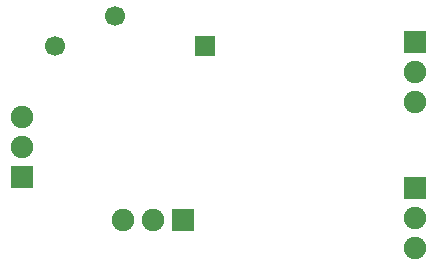
<source format=gbr>
G04 DipTrace 2.4.0.2*
%INBottomMask.gbr*%
%MOIN*%
%ADD16R,0.0669X0.0669*%
%ADD17C,0.0669*%
%ADD35C,0.0749*%
%ADD36R,0.0749X0.0749*%
%FSLAX44Y44*%
G04*
G70*
G90*
G75*
G01*
%LNBotMask*%
%LPD*%
D36*
X5315Y7690D3*
D35*
Y8690D3*
Y9690D3*
D36*
X18440Y7315D3*
D35*
Y6315D3*
Y5315D3*
D36*
Y12190D3*
D35*
Y11190D3*
Y10190D3*
D36*
X10690Y6253D3*
D35*
X9690D3*
X8690D3*
D16*
X11440Y12065D3*
D17*
X8440Y13065D3*
X6440Y12065D3*
M02*

</source>
